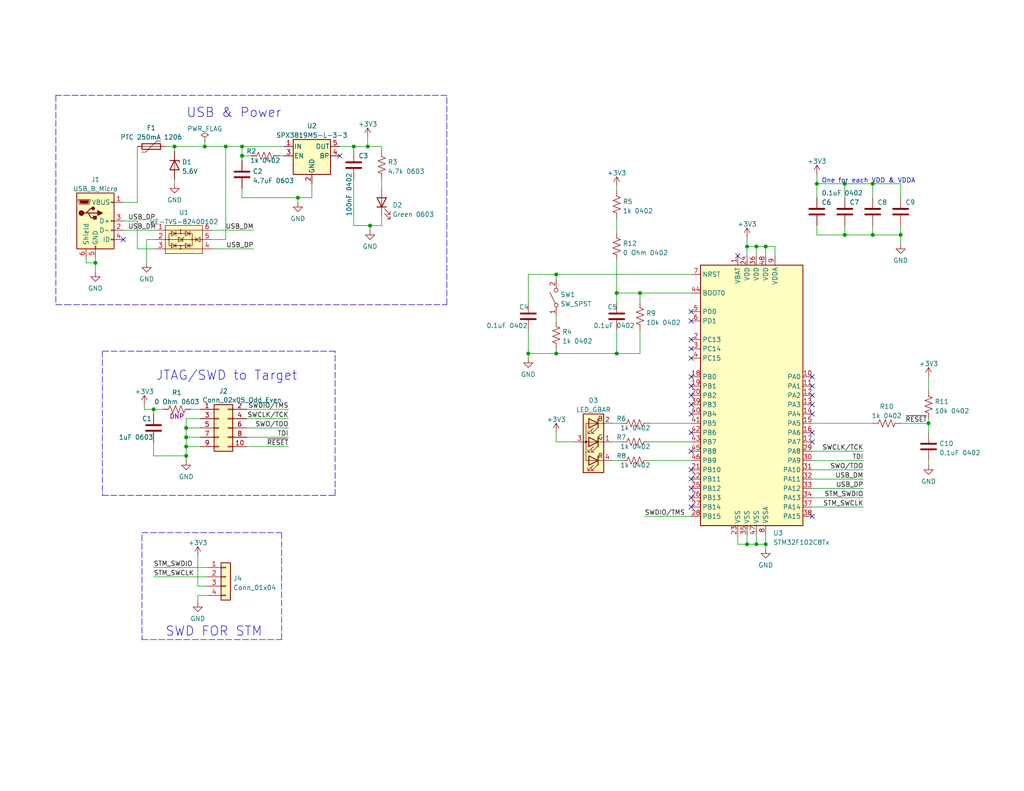
<source format=kicad_sch>
(kicad_sch (version 20211123) (generator eeschema)
  (paper "USLetter")
  (title_block (title "dap42 STM32F103C8") (date "2022-05-16") (rev "1") (company "PSYONIC") (comment 1 "Jonathan Mullen"))
  (lib_symbols
    (symbol "Connector:USB_B_Micro" (pin_names (offset 1.016))
      (property "Reference" "J" (at -5.08 11.43 0))
      (property "Value" "USB_B_Micro" (at -5.08 8.89 0))
      (symbol "USB_B_Micro_0_1"
        (rectangle (start -5.08 -7.62) (end 5.08 7.62) (stroke (width 0.254)) (fill (type background)))
        (circle (center -3.81 2.159) (radius 0.635) (stroke (width 0.254)) (fill (type outline)))
        (circle (center -0.635 3.429) (radius 0.381) (stroke (width 0.254)) (fill (type outline)))
        (rectangle (start -0.127 -7.62) (end 0.127 -6.858))
        (polyline (pts (xy -1.905 2.159) (xy 0.635 2.159)) (stroke (width 0.254)))
        (polyline (pts (xy -3.175 2.159) (xy -2.54 2.159) (xy -1.27 3.429) (xy -0.635 3.429)) (stroke (width 0.254)))
        (polyline (pts (xy -2.54 2.159) (xy -1.905 2.159) (xy -1.27 0.889) (xy 0 0.889)) (stroke (width 0.254)))
        (polyline (pts (xy 0.635 2.794) (xy 0.635 1.524) (xy 1.905 2.159) (xy 0.635 2.794)) (stroke (width 0.254)) (fill (type outline)))
        (polyline (pts (xy -4.318 5.588) (xy -1.778 5.588) (xy -2.032 4.826) (xy -4.064 4.826) (xy -4.318 5.588)) (fill (type outline)))
        (polyline (pts (xy -4.699 5.842) (xy -4.699 5.588) (xy -4.445 4.826) (xy -4.445 4.572) (xy -1.651 4.572) (xy -1.651 4.826) (xy -1.397 5.588) (xy -1.397 5.842) (xy -4.699 5.842)))
        (rectangle (start 0.254 1.27) (end -0.508 0.508) (stroke (width 0.254)) (fill (type outline)))
        (rectangle (start 5.08 -5.207) (end 4.318 -4.953))
        (rectangle (start 5.08 -2.667) (end 4.318 -2.413))
        (rectangle (start 5.08 -0.127) (end 4.318 0.127))
        (rectangle (start 5.08 4.953) (end 4.318 5.207))
      )
      (symbol "USB_B_Micro_1_1"
        (pin power_out line (at 7.62 5.08 180) (length 2.54) (name "VBUS") (number "1"))
        (pin bidirectional line (at 7.62 -2.54 180) (length 2.54) (name "D-") (number "2"))
        (pin bidirectional line (at 7.62 0 180) (length 2.54) (name "D+") (number "3"))
        (pin passive line (at 7.62 -5.08 180) (length 2.54) (name "ID") (number "4"))
        (pin power_out line (at 0 -10.16 90) (length 2.54) (name "GND") (number "5"))
        (pin passive line (at -2.54 -10.16 90) (length 2.54) (name "Shield") (number "6"))
      )
    )
    (symbol "Connector_Generic:Conn_01x04" (pin_names (offset 1.016) hide)
      (property "Reference" "J" (at 0 5.08 0))
      (property "Value" "Conn_01x04" (at 0 -7.62 0))
      (symbol "Conn_01x04_1_1"
        (rectangle (start -1.27 -4.953) (end 0 -5.207) (stroke (width 0.1524)))
        (rectangle (start -1.27 -2.413) (end 0 -2.667) (stroke (width 0.1524)))
        (rectangle (start -1.27 0.127) (end 0 -0.127) (stroke (width 0.1524)))
        (rectangle (start -1.27 2.667) (end 0 2.413) (stroke (width 0.1524)))
        (rectangle (start -1.27 3.81) (end 1.27 -6.35) (stroke (width 0.254)) (fill (type background)))
        (pin passive line (at -5.08 2.54 0) (length 3.81) (name "Pin_1") (number "1"))
        (pin passive line (at -5.08 0 0) (length 3.81) (name "Pin_2") (number "2"))
        (pin passive line (at -5.08 -2.54 0) (length 3.81) (name "Pin_3") (number "3"))
        (pin passive line (at -5.08 -5.08 0) (length 3.81) (name "Pin_4") (number "4"))
      )
    )
    (symbol "Connector_Generic:Conn_02x05_Odd_Even" (pin_names (offset 1.016) hide)
      (property "Reference" "J" (at 1.27 7.62 0))
      (property "Value" "Conn_02x05_Odd_Even" (at 1.27 -7.62 0))
      (symbol "Conn_02x05_Odd_Even_1_1"
        (rectangle (start -1.27 -4.953) (end 0 -5.207) (stroke (width 0.1524)))
        (rectangle (start -1.27 -2.413) (end 0 -2.667) (stroke (width 0.1524)))
        (rectangle (start -1.27 0.127) (end 0 -0.127) (stroke (width 0.1524)))
        (rectangle (start -1.27 2.667) (end 0 2.413) (stroke (width 0.1524)))
        (rectangle (start -1.27 5.207) (end 0 4.953) (stroke (width 0.1524)))
        (rectangle (start -1.27 6.35) (end 3.81 -6.35) (stroke (width 0.254)) (fill (type background)))
        (rectangle (start 3.81 -4.953) (end 2.54 -5.207) (stroke (width 0.1524)))
        (rectangle (start 3.81 -2.413) (end 2.54 -2.667) (stroke (width 0.1524)))
        (rectangle (start 3.81 0.127) (end 2.54 -0.127) (stroke (width 0.1524)))
        (rectangle (start 3.81 2.667) (end 2.54 2.413) (stroke (width 0.1524)))
        (rectangle (start 3.81 5.207) (end 2.54 4.953) (stroke (width 0.1524)))
        (pin passive line (at -5.08 5.08 0) (length 3.81) (name "Pin_1") (number "1"))
        (pin passive line (at 7.62 -5.08 180) (length 3.81) (name "Pin_10") (number "10"))
        (pin passive line (at 7.62 5.08 180) (length 3.81) (name "Pin_2") (number "2"))
        (pin passive line (at -5.08 2.54 0) (length 3.81) (name "Pin_3") (number "3"))
        (pin passive line (at 7.62 2.54 180) (length 3.81) (name "Pin_4") (number "4"))
        (pin passive line (at -5.08 0 0) (length 3.81) (name "Pin_5") (number "5"))
        (pin passive line (at 7.62 0 180) (length 3.81) (name "Pin_6") (number "6"))
        (pin passive line (at -5.08 -2.54 0) (length 3.81) (name "Pin_7") (number "7"))
        (pin passive line (at 7.62 -2.54 180) (length 3.81) (name "Pin_8") (number "8"))
        (pin passive line (at -5.08 -5.08 0) (length 3.81) (name "Pin_9") (number "9"))
      )
    )
    (symbol "Device:C" (pin_numbers hide) (pin_names (offset 0.254))
      (property "Reference" "C" (at 0.635 2.54 0))
      (property "Value" "C" (at 0.635 -2.54 0))
      (symbol "C_0_1"
        (polyline (pts (xy -2.032 -0.762) (xy 2.032 -0.762)) (stroke (width 0.508)))
        (polyline (pts (xy -2.032 0.762) (xy 2.032 0.762)) (stroke (width 0.508)))
      )
      (symbol "C_1_1"
        (pin passive line (at 0 3.81 270) (length 2.794) (name "~") (number "1"))
        (pin passive line (at 0 -3.81 90) (length 2.794) (name "~") (number "2"))
      )
    )
    (symbol "Device:D_Zener" (pin_numbers hide) (pin_names (offset 1.016) hide)
      (property "Reference" "D" (at 0 2.54 0))
      (property "Value" "D_Zener" (at 0 -2.54 0))
      (symbol "D_Zener_0_1"
        (polyline (pts (xy 1.27 0) (xy -1.27 0)))
        (polyline (pts (xy -1.27 -1.27) (xy -1.27 1.27) (xy -0.762 1.27)) (stroke (width 0.254)))
        (polyline (pts (xy 1.27 -1.27) (xy 1.27 1.27) (xy -1.27 0) (xy 1.27 -1.27)) (stroke (width 0.254)))
      )
      (symbol "D_Zener_1_1"
        (pin passive line (at -3.81 0 0) (length 2.54) (name "K") (number "1"))
        (pin passive line (at 3.81 0 180) (length 2.54) (name "A") (number "2"))
      )
    )
    (symbol "Device:LED" (pin_numbers hide) (pin_names (offset 1.016) hide)
      (property "Reference" "D" (at 0 2.54 0))
      (property "Value" "LED" (at 0 -2.54 0))
      (symbol "LED_0_1"
        (polyline (pts (xy -1.27 -1.27) (xy -1.27 1.27)) (stroke (width 0.254)))
        (polyline (pts (xy -1.27 0) (xy 1.27 0)))
        (polyline (pts (xy 1.27 -1.27) (xy 1.27 1.27) (xy -1.27 0) (xy 1.27 -1.27)) (stroke (width 0.254)))
        (polyline (pts (xy -3.048 -0.762) (xy -4.572 -2.286) (xy -3.81 -2.286) (xy -4.572 -2.286) (xy -4.572 -1.524)))
        (polyline (pts (xy -1.778 -0.762) (xy -3.302 -2.286) (xy -2.54 -2.286) (xy -3.302 -2.286) (xy -3.302 -1.524)))
      )
      (symbol "LED_1_1"
        (pin passive line (at -3.81 0 0) (length 2.54) (name "K") (number "1"))
        (pin passive line (at 3.81 0 180) (length 2.54) (name "A") (number "2"))
      )
    )
    (symbol "Device:LED_GBAR" (pin_names (offset 0) hide)
      (property "Reference" "D" (at 0 9.398 0))
      (property "Value" "LED_GBAR" (at 0 -8.89 0))
      (symbol "LED_GBAR_0_0"
        (text "B" (at -1.905 -6.35 0) (effects (font (size 1.27 1.27))))
        (text "G" (at -1.905 -1.27 0) (effects (font (size 1.27 1.27))))
        (text "R" (at -1.905 3.81 0) (effects (font (size 1.27 1.27))))
      )
      (symbol "LED_GBAR_0_1"
        (polyline (pts (xy -1.27 -5.08) (xy -2.54 -5.08)))
        (polyline (pts (xy -1.27 -5.08) (xy 1.27 -5.08)))
        (polyline (pts (xy -1.27 -3.81) (xy -1.27 -6.35)) (stroke (width 0.254)))
        (polyline (pts (xy -1.27 0) (xy -2.54 0)))
        (polyline (pts (xy -1.27 1.27) (xy -1.27 -1.27)) (stroke (width 0.254)))
        (polyline (pts (xy -1.27 5.08) (xy -2.54 5.08)))
        (polyline (pts (xy -1.27 5.08) (xy 1.27 5.08)))
        (polyline (pts (xy -1.27 6.35) (xy -1.27 3.81)) (stroke (width 0.254)))
        (polyline (pts (xy 1.27 0) (xy -1.27 0)))
        (polyline (pts (xy 1.27 0) (xy 2.54 0)))
        (polyline (pts (xy -1.27 1.27) (xy -1.27 -1.27) (xy -1.27 -1.27)))
        (polyline (pts (xy -1.27 6.35) (xy -1.27 3.81) (xy -1.27 3.81)))
        (polyline (pts (xy 1.27 -5.08) (xy 2.032 -5.08) (xy 2.032 5.08) (xy 1.27 5.08)))
        (polyline (pts (xy 1.27 -3.81) (xy 1.27 -6.35) (xy -1.27 -5.08) (xy 1.27 -3.81)) (stroke (width 0.254)))
        (polyline (pts (xy 1.27 1.27) (xy 1.27 -1.27) (xy -1.27 0) (xy 1.27 1.27)) (stroke (width 0.254)))
        (polyline (pts (xy 1.27 6.35) (xy 1.27 3.81) (xy -1.27 5.08) (xy 1.27 6.35)) (stroke (width 0.254)))
        (polyline (pts (xy -1.016 -3.81) (xy 0.508 -2.286) (xy -0.254 -2.286) (xy 0.508 -2.286) (xy 0.508 -3.048)))
        (polyline (pts (xy -1.016 1.27) (xy 0.508 2.794) (xy -0.254 2.794) (xy 0.508 2.794) (xy 0.508 2.032)))
        (polyline (pts (xy -1.016 6.35) (xy 0.508 7.874) (xy -0.254 7.874) (xy 0.508 7.874) (xy 0.508 7.112)))
        (polyline (pts (xy 0 -3.81) (xy 1.524 -2.286) (xy 0.762 -2.286) (xy 1.524 -2.286) (xy 1.524 -3.048)))
        (polyline (pts (xy 0 1.27) (xy 1.524 2.794) (xy 0.762 2.794) (xy 1.524 2.794) (xy 1.524 2.032)))
        (polyline (pts (xy 0 6.35) (xy 1.524 7.874) (xy 0.762 7.874) (xy 1.524 7.874) (xy 1.524 7.112)))
        (rectangle (start 1.27 -1.27) (end 1.27 1.27))
        (rectangle (start 1.27 1.27) (end 1.27 1.27))
        (rectangle (start 1.27 3.81) (end 1.27 6.35))
        (rectangle (start 1.27 6.35) (end 1.27 6.35))
        (circle (center 2.032 0) (radius 0.254) (fill (type outline)))
        (rectangle (start 2.794 8.382) (end -2.794 -7.62) (stroke (width 0.254)) (fill (type background)))
      )
      (symbol "LED_GBAR_1_1"
        (pin passive line (at -5.08 0 0) (length 2.54) (name "GK") (number "1"))
        (pin passive line (at -5.08 -5.08 0) (length 2.54) (name "BK") (number "2"))
        (pin passive line (at 5.08 0 180) (length 2.54) (name "A") (number "3"))
        (pin passive line (at -5.08 5.08 0) (length 2.54) (name "RK") (number "4"))
      )
    )
    (symbol "Device:Polyfuse" (pin_numbers hide) (pin_names (offset 0))
      (property "Reference" "F" (at -2.54 0 90))
      (property "Value" "Polyfuse" (at 2.54 0 90))
      (symbol "Polyfuse_0_1"
        (rectangle (start -0.762 2.54) (end 0.762 -2.54) (stroke (width 0.254)))
        (polyline (pts (xy 0 2.54) (xy 0 -2.54)))
        (polyline (pts (xy -1.524 2.54) (xy -1.524 1.524) (xy 1.524 -1.524) (xy 1.524 -2.54)))
      )
      (symbol "Polyfuse_1_1"
        (pin passive line (at 0 3.81 270) (length 1.27) (name "~") (number "1"))
        (pin passive line (at 0 -3.81 90) (length 1.27) (name "~") (number "2"))
      )
    )
    (symbol "Device:R_US" (pin_numbers hide) (pin_names (offset 0))
      (property "Reference" "R" (at 2.54 0 90))
      (property "Value" "R_US" (at -2.54 0 90))
      (symbol "R_US_0_1"
        (polyline (pts (xy 0 -2.286) (xy 0 -2.54)))
        (polyline (pts (xy 0 2.286) (xy 0 2.54)))
        (polyline (pts (xy 0 -0.762) (xy 1.016 -1.143) (xy 0 -1.524) (xy -1.016 -1.905) (xy 0 -2.286)))
        (polyline (pts (xy 0 0.762) (xy 1.016 0.381) (xy 0 0) (xy -1.016 -0.381) (xy 0 -0.762)))
        (polyline (pts (xy 0 2.286) (xy 1.016 1.905) (xy 0 1.524) (xy -1.016 1.143) (xy 0 0.762)))
      )
      (symbol "R_US_1_1"
        (pin passive line (at 0 3.81 270) (length 1.27) (name "~") (number "1"))
        (pin passive line (at 0 -3.81 90) (length 1.27) (name "~") (number "2"))
      )
    )
    (symbol "MCU_ST_STM32F1:STM32F102C8Tx"
      (property "Reference" "U" (at -15.24 36.83 0))
      (property "Value" "STM32F102C8Tx" (at 7.62 36.83 0))
      (symbol "STM32F102C8Tx_0_1"
        (rectangle (start -15.24 -35.56) (end 12.7 35.56) (stroke (width 0.254)) (fill (type background)))
      )
      (symbol "STM32F102C8Tx_1_1"
        (pin power_in line (at -5.08 38.1 270) (length 2.54) (name "VBAT") (number "1"))
        (pin bidirectional line (at 15.24 5.08 180) (length 2.54) (name "PA0") (number "10"))
        (pin bidirectional line (at 15.24 2.54 180) (length 2.54) (name "PA1") (number "11"))
        (pin bidirectional line (at 15.24 0 180) (length 2.54) (name "PA2") (number "12"))
        (pin bidirectional line (at 15.24 -2.54 180) (length 2.54) (name "PA3") (number "13"))
        (pin bidirectional line (at 15.24 -5.08 180) (length 2.54) (name "PA4") (number "14"))
        (pin bidirectional line (at 15.24 -7.62 180) (length 2.54) (name "PA5") (number "15"))
        (pin bidirectional line (at 15.24 -10.16 180) (length 2.54) (name "PA6") (number "16"))
        (pin bidirectional line (at 15.24 -12.7 180) (length 2.54) (name "PA7") (number "17"))
        (pin bidirectional line (at -17.78 5.08 0) (length 2.54) (name "PB0") (number "18"))
        (pin bidirectional line (at -17.78 2.54 0) (length 2.54) (name "PB1") (number "19"))
        (pin bidirectional line (at -17.78 15.24 0) (length 2.54) (name "PC13") (number "2"))
        (pin bidirectional line (at -17.78 0 0) (length 2.54) (name "PB2") (number "20"))
        (pin bidirectional line (at -17.78 -20.32 0) (length 2.54) (name "PB10") (number "21"))
        (pin bidirectional line (at -17.78 -22.86 0) (length 2.54) (name "PB11") (number "22"))
        (pin power_in line (at -5.08 -38.1 90) (length 2.54) (name "VSS") (number "23"))
        (pin power_in line (at -2.54 38.1 270) (length 2.54) (name "VDD") (number "24"))
        (pin bidirectional line (at -17.78 -25.4 0) (length 2.54) (name "PB12") (number "25"))
        (pin bidirectional line (at -17.78 -27.94 0) (length 2.54) (name "PB13") (number "26"))
        (pin bidirectional line (at -17.78 -30.48 0) (length 2.54) (name "PB14") (number "27"))
        (pin bidirectional line (at -17.78 -33.02 0) (length 2.54) (name "PB15") (number "28"))
        (pin bidirectional line (at 15.24 -15.24 180) (length 2.54) (name "PA8") (number "29"))
        (pin bidirectional line (at -17.78 12.7 0) (length 2.54) (name "PC14") (number "3"))
        (pin bidirectional line (at 15.24 -17.78 180) (length 2.54) (name "PA9") (number "30"))
        (pin bidirectional line (at 15.24 -20.32 180) (length 2.54) (name "PA10") (number "31"))
        (pin bidirectional line (at 15.24 -22.86 180) (length 2.54) (name "PA11") (number "32"))
        (pin bidirectional line (at 15.24 -25.4 180) (length 2.54) (name "PA12") (number "33"))
        (pin bidirectional line (at 15.24 -27.94 180) (length 2.54) (name "PA13") (number "34"))
        (pin power_in line (at -2.54 -38.1 90) (length 2.54) (name "VSS") (number "35"))
        (pin power_in line (at 0 38.1 270) (length 2.54) (name "VDD") (number "36"))
        (pin bidirectional line (at 15.24 -30.48 180) (length 2.54) (name "PA14") (number "37"))
        (pin bidirectional line (at 15.24 -33.02 180) (length 2.54) (name "PA15") (number "38"))
        (pin bidirectional line (at -17.78 -2.54 0) (length 2.54) (name "PB3") (number "39"))
        (pin bidirectional line (at -17.78 10.16 0) (length 2.54) (name "PC15") (number "4"))
        (pin bidirectional line (at -17.78 -5.08 0) (length 2.54) (name "PB4") (number "40"))
        (pin bidirectional line (at -17.78 -7.62 0) (length 2.54) (name "PB5") (number "41"))
        (pin bidirectional line (at -17.78 -10.16 0) (length 2.54) (name "PB6") (number "42"))
        (pin bidirectional line (at -17.78 -12.7 0) (length 2.54) (name "PB7") (number "43"))
        (pin input line (at -17.78 27.94 0) (length 2.54) (name "BOOT0") (number "44"))
        (pin bidirectional line (at -17.78 -15.24 0) (length 2.54) (name "PB8") (number "45"))
        (pin bidirectional line (at -17.78 -17.78 0) (length 2.54) (name "PB9") (number "46"))
        (pin power_in line (at 0 -38.1 90) (length 2.54) (name "VSS") (number "47"))
        (pin power_in line (at 2.54 38.1 270) (length 2.54) (name "VDD") (number "48"))
        (pin input line (at -17.78 22.86 0) (length 2.54) (name "PD0") (number "5"))
        (pin input line (at -17.78 20.32 0) (length 2.54) (name "PD1") (number "6"))
        (pin input line (at -17.78 33.02 0) (length 2.54) (name "NRST") (number "7"))
        (pin power_in line (at 2.54 -38.1 90) (length 2.54) (name "VSSA") (number "8"))
        (pin power_in line (at 5.08 38.1 270) (length 2.54) (name "VDDA") (number "9"))
      )
    )
    (symbol "Power_Protection:WE-TVS-82400102"
      (property "Reference" "U" (at 0 7.62 0))
      (property "Value" "WE-TVS-82400102" (at 0 5.08 0))
      (symbol "WE-TVS-82400102_0_1"
        (rectangle (start -5.08 3.81) (end 5.08 -3.81) (fill (type background)))
        (circle (center -4.064 0) (radius 0.127))
        (rectangle (start -4.064 1.651) (end 2.286 -1.651))
        (circle (center -0.889 -2.54) (radius 0.127))
        (circle (center -0.889 -1.651) (radius 0.127))
        (circle (center -0.889 1.651) (radius 0.127))
        (circle (center -0.889 2.54) (radius 0.127))
        (polyline (pts (xy -5.08 -2.54) (xy 5.08 -2.54)))
        (polyline (pts (xy -5.08 2.54) (xy 5.08 2.54)))
        (polyline (pts (xy -4.064 0) (xy -5.08 0)))
        (polyline (pts (xy -4.064 0) (xy 2.286 0)) (fill (type outline)))
        (polyline (pts (xy -2.159 -1.016) (xy -2.159 -2.286)))
        (polyline (pts (xy -2.159 2.286) (xy -2.159 1.016)))
        (polyline (pts (xy -0.889 -1.651) (xy -0.889 -2.413)))
        (polyline (pts (xy -0.889 1.651) (xy -0.889 2.54)))
        (polyline (pts (xy -0.508 -0.635) (xy -0.508 -0.635)))
        (polyline (pts (xy 1.651 -1.016) (xy 1.651 -2.286)))
        (polyline (pts (xy 1.651 2.286) (xy 1.651 1.016)))
        (polyline (pts (xy 2.286 0) (xy 5.08 0)))
        (polyline (pts (xy -3.429 -1.016) (xy -3.429 -2.286) (xy -2.159 -1.651) (xy -3.429 -1.016)))
        (polyline (pts (xy -3.429 1.016) (xy -3.429 2.286) (xy -2.159 1.651) (xy -3.429 1.016)))
        (polyline (pts (xy 0 0.635) (xy -0.254 0.381) (xy -0.254 -0.381) (xy -0.508 -0.635)))
        (polyline (pts (xy 0.381 -1.016) (xy 0.381 -2.286) (xy 1.651 -1.651) (xy 0.381 -1.016)))
        (polyline (pts (xy 0.381 1.016) (xy 0.381 2.286) (xy 1.651 1.651) (xy 0.381 1.016)))
        (circle (center 2.286 0) (radius 0.127))
      )
      (symbol "WE-TVS-82400102_1_1"
        (polyline (pts (xy 3.175 0.635) (xy 3.175 -0.635)))
        (polyline (pts (xy -1.524 0.635) (xy -1.524 -0.635) (xy -0.254 0) (xy -1.524 0.635)))
        (polyline (pts (xy 4.445 0.635) (xy 4.445 -0.635) (xy 3.175 0) (xy 4.445 0.635)))
        (pin passive line (at -7.62 2.54 0) (length 2.54) (name "~") (number "1"))
        (pin passive line (at -7.62 0 0) (length 2.54) (name "~") (number "2"))
        (pin passive line (at -7.62 -2.54 0) (length 2.54) (name "~") (number "3"))
        (pin passive line (at 7.62 -2.54 180) (length 2.54) (name "~") (number "4"))
        (pin passive line (at 7.62 0 180) (length 2.54) (name "~") (number "5"))
        (pin passive line (at 7.62 2.54 180) (length 2.54) (name "~") (number "6"))
      )
    )
    (symbol "Regulator_Linear:SPX3819M5-L-3-3" (pin_names (offset 0.254))
      (property "Reference" "U" (at -3.81 5.715 0))
      (property "Value" "SPX3819M5-L-3-3" (at 0 5.715 0))
      (symbol "SPX3819M5-L-3-3_0_1"
        (rectangle (start -5.08 4.445) (end 5.08 -5.08) (stroke (width 0.254)) (fill (type background)))
      )
      (symbol "SPX3819M5-L-3-3_1_1"
        (pin power_in line (at -7.62 2.54 0) (length 2.54) (name "IN") (number "1"))
        (pin power_in line (at 0 -7.62 90) (length 2.54) (name "GND") (number "2"))
        (pin input line (at -7.62 0 0) (length 2.54) (name "EN") (number "3"))
        (pin input line (at 7.62 0 180) (length 2.54) (name "BP") (number "4"))
        (pin power_out line (at 7.62 2.54 180) (length 2.54) (name "OUT") (number "5"))
      )
    )
    (symbol "Switch:SW_SPST" (pin_names (offset 0) hide)
      (property "Reference" "SW" (at 0 3.175 0))
      (property "Value" "SW_SPST" (at 0 -2.54 0))
      (symbol "SW_SPST_0_0"
        (circle (center -2.032 0) (radius 0.508))
        (polyline (pts (xy -1.524 0.254) (xy 1.524 1.778)))
        (circle (center 2.032 0) (radius 0.508))
      )
      (symbol "SW_SPST_1_1"
        (pin passive line (at -5.08 0 0) (length 2.54) (name "A") (number "1"))
        (pin passive line (at 5.08 0 180) (length 2.54) (name "B") (number "2"))
      )
    )
    (symbol "power:+3V3" (power) (pin_names (offset 0))
      (property "Value" "+3V3" (at 0 3.556 0))
      (symbol "+3V3_0_1"
        (polyline (pts (xy -0.762 1.27) (xy 0 2.54)))
        (polyline (pts (xy 0 0) (xy 0 2.54)))
        (polyline (pts (xy 0 2.54) (xy 0.762 1.27)))
      )
      (symbol "+3V3_1_1"
        (pin power_in line (at 0 0 90) (length 0) hide (name "+3V3") (number "1"))
      )
    )
    (symbol "power:GND" (power) (pin_names (offset 0))
      (property "Value" "GND" (at 0 -3.81 0))
      (symbol "GND_0_1"
        (polyline (pts (xy 0 0) (xy 0 -1.27) (xy 1.27 -1.27) (xy 0 -2.54) (xy -1.27 -1.27) (xy 0 -1.27)))
      )
      (symbol "GND_1_1"
        (pin power_in line (at 0 0 270) (length 0) hide (name "GND") (number "1"))
      )
    )
    (symbol "power:PWR_FLAG" (power) (pin_numbers hide) (pin_names (offset 0) hide)
      (property "Value" "PWR_FLAG" (at 0 3.81 0))
      (symbol "PWR_FLAG_0_0"
        (pin power_out line (at 0 0 90) (length 0) (name "pwr") (number "1"))
      )
      (symbol "PWR_FLAG_0_1"
        (polyline (pts (xy 0 0) (xy 0 1.27) (xy -1.016 1.905) (xy 0 2.54) (xy 1.016 1.905) (xy 0 1.27)))
      )
    )
  )
  (junction (at 151.765 74.93))
  (junction (at 174.625 80.01))
  (junction (at 238.125 64.135))
  (junction (at 66.04 42.545))
  (junction (at 206.375 67.31))
  (junction (at 50.8 116.84))
  (junction (at 222.885 50.165))
  (junction (at 168.275 80.01))
  (junction (at 50.8 121.92))
  (junction (at 230.505 50.165))
  (junction (at 238.125 50.165))
  (junction (at 81.28 53.975))
  (junction (at 245.745 64.135))
  (junction (at 144.145 96.52))
  (junction (at 55.88 40.005))
  (junction (at 100.965 61.595))
  (junction (at 230.505 64.135))
  (junction (at 208.915 148.59))
  (junction (at 203.835 148.59))
  (junction (at 26.035 71.755))
  (junction (at 151.765 96.52))
  (junction (at 47.625 40.005))
  (junction (at 50.8 124.46))
  (junction (at 61.595 40.005))
  (junction (at 168.275 96.52))
  (junction (at 50.8 119.38))
  (junction (at 253.365 115.57))
  (junction (at 41.91 111.76))
  (junction (at 203.835 67.31))
  (junction (at 206.375 148.59))
  (junction (at 100.33 40.005))
  (junction (at 208.915 67.31))
  (junction (at 66.04 40.005))
  (junction (at 96.52 40.005))
  (no_connect (at 188.595 95.25))
  (no_connect (at 188.595 118.11))
  (no_connect (at 188.595 105.41))
  (no_connect (at 188.595 113.03))
  (no_connect (at 188.595 97.79))
  (no_connect (at 188.595 102.87))
  (no_connect (at 188.595 107.95))
  (no_connect (at 188.595 110.49))
  (no_connect (at 188.595 128.27))
  (no_connect (at 188.595 123.19))
  (no_connect (at 188.595 130.81))
  (no_connect (at 188.595 135.89))
  (no_connect (at 188.595 133.35))
  (no_connect (at 188.595 138.43))
  (no_connect (at 92.71 42.545))
  (no_connect (at 33.655 65.405))
  (no_connect (at 221.615 140.97))
  (no_connect (at 188.595 92.71))
  (no_connect (at 188.595 87.63))
  (no_connect (at 188.595 85.09))
  (no_connect (at 221.615 110.49))
  (no_connect (at 221.615 107.95))
  (no_connect (at 221.615 102.87))
  (no_connect (at 221.615 105.41))
  (no_connect (at 221.615 118.11))
  (no_connect (at 221.615 113.03))
  (no_connect (at 221.615 120.65))
  (no_connect (at 201.295 69.85))
  (wire (pts (xy 221.615 130.81) (xy 235.585 130.81)))
  (wire (pts (xy 53.975 160.02) (xy 53.975 151.765)))
  (wire (pts (xy 45.085 40.005) (xy 47.625 40.005)))
  (wire (pts (xy 208.915 146.05) (xy 208.915 148.59)))
  (wire (pts (xy 174.625 96.52) (xy 168.275 96.52)))
  (wire (pts (xy 81.28 53.975) (xy 81.28 55.245)))
  (wire (pts (xy 177.165 125.73) (xy 188.595 125.73)))
  (wire (pts (xy 66.04 53.975) (xy 81.28 53.975)))
  (wire (pts (xy 41.91 124.46) (xy 50.8 124.46)))
  (wire (pts (xy 253.365 115.57) (xy 253.365 118.11)))
  (wire (pts (xy 167.005 120.65) (xy 169.545 120.65)))
  (wire (pts (xy 26.035 71.755) (xy 26.035 74.295)))
  (wire (pts (xy 37.465 60.325) (xy 33.655 60.325)))
  (wire (pts (xy 41.91 111.76) (xy 39.37 111.76)))
  (wire (pts (xy 96.52 61.595) (xy 100.965 61.595)))
  (wire (pts (xy 221.615 123.19) (xy 235.585 123.19)))
  (wire (pts (xy 230.505 61.595) (xy 230.505 64.135)))
  (wire (pts (xy 67.31 119.38) (xy 78.74 119.38)))
  (wire (pts (xy 66.04 51.435) (xy 66.04 53.975)))
  (wire (pts (xy 54.61 114.3) (xy 50.8 114.3)))
  (wire (pts (xy 41.91 111.76) (xy 44.45 111.76)))
  (wire (pts (xy 40.005 65.405) (xy 40.005 71.755)))
  (polyline (pts (xy 38.735 174.625) (xy 76.835 174.625)))
  (wire (pts (xy 245.745 115.57) (xy 253.365 115.57)))
  (wire (pts (xy 42.545 65.405) (xy 40.005 65.405)))
  (wire (pts (xy 238.125 50.165) (xy 230.505 50.165)))
  (wire (pts (xy 245.745 64.135) (xy 245.745 66.675)))
  (wire (pts (xy 168.275 80.01) (xy 168.275 82.55)))
  (wire (pts (xy 100.965 61.595) (xy 100.965 62.865)))
  (wire (pts (xy 26.035 70.485) (xy 26.035 71.755)))
  (wire (pts (xy 66.04 42.545) (xy 66.04 43.815)))
  (wire (pts (xy 23.495 71.755) (xy 26.035 71.755)))
  (wire (pts (xy 203.835 67.31) (xy 203.835 69.85)))
  (wire (pts (xy 222.885 64.135) (xy 230.505 64.135)))
  (wire (pts (xy 221.615 138.43) (xy 235.585 138.43)))
  (wire (pts (xy 188.595 74.93) (xy 151.765 74.93)))
  (wire (pts (xy 245.745 50.165) (xy 238.125 50.165)))
  (wire (pts (xy 230.505 64.135) (xy 238.125 64.135)))
  (wire (pts (xy 50.8 119.38) (xy 54.61 119.38)))
  (wire (pts (xy 221.615 115.57) (xy 238.125 115.57)))
  (wire (pts (xy 39.37 111.76) (xy 39.37 110.49)))
  (wire (pts (xy 151.765 95.25) (xy 151.765 96.52)))
  (wire (pts (xy 177.165 120.65) (xy 188.595 120.65)))
  (wire (pts (xy 208.915 67.31) (xy 208.915 69.85)))
  (wire (pts (xy 41.91 113.03) (xy 41.91 111.76)))
  (wire (pts (xy 144.145 90.17) (xy 144.145 96.52)))
  (wire (pts (xy 174.625 80.01) (xy 174.625 82.55)))
  (wire (pts (xy 206.375 67.31) (xy 206.375 69.85)))
  (wire (pts (xy 177.165 115.57) (xy 188.595 115.57)))
  (polyline (pts (xy 121.92 83.185) (xy 121.92 26.035)))
  (wire (pts (xy 41.91 120.65) (xy 41.91 124.46)))
  (wire (pts (xy 104.14 40.005) (xy 104.14 41.275)))
  (wire (pts (xy 57.785 67.945) (xy 69.215 67.945)))
  (wire (pts (xy 245.745 53.975) (xy 245.745 50.165)))
  (polyline (pts (xy 27.94 95.885) (xy 27.94 135.255)))
  (polyline (pts (xy 121.92 26.035) (xy 15.24 26.035)))
  (wire (pts (xy 238.125 50.165) (xy 238.125 53.975)))
  (wire (pts (xy 208.915 148.59) (xy 208.915 149.86)))
  (wire (pts (xy 55.88 40.005) (xy 61.595 40.005)))
  (wire (pts (xy 50.8 116.84) (xy 50.8 119.38)))
  (wire (pts (xy 151.765 96.52) (xy 144.145 96.52)))
  (wire (pts (xy 221.615 128.27) (xy 235.585 128.27)))
  (wire (pts (xy 37.465 40.005) (xy 37.465 55.245)))
  (wire (pts (xy 208.915 67.31) (xy 206.375 67.31)))
  (wire (pts (xy 230.505 50.165) (xy 230.505 53.975)))
  (wire (pts (xy 66.04 40.005) (xy 77.47 40.005)))
  (wire (pts (xy 174.625 80.01) (xy 168.275 80.01)))
  (wire (pts (xy 144.145 96.52) (xy 144.145 97.79)))
  (polyline (pts (xy 17.78 83.185) (xy 121.92 83.185)))
  (wire (pts (xy 168.275 71.12) (xy 168.275 80.01)))
  (wire (pts (xy 57.785 65.405) (xy 61.595 65.405)))
  (wire (pts (xy 53.975 164.465) (xy 53.975 162.56)))
  (wire (pts (xy 221.615 125.73) (xy 235.585 125.73)))
  (wire (pts (xy 168.275 96.52) (xy 151.765 96.52)))
  (wire (pts (xy 61.595 40.005) (xy 66.04 40.005)))
  (wire (pts (xy 238.125 64.135) (xy 245.745 64.135)))
  (wire (pts (xy 175.895 140.97) (xy 188.595 140.97)))
  (wire (pts (xy 50.8 114.3) (xy 50.8 116.84)))
  (wire (pts (xy 238.125 61.595) (xy 238.125 64.135)))
  (wire (pts (xy 41.91 154.94) (xy 56.515 154.94)))
  (wire (pts (xy 57.785 62.865) (xy 69.215 62.865)))
  (polyline (pts (xy 38.735 145.415) (xy 76.835 145.415)))
  (wire (pts (xy 67.31 111.76) (xy 78.74 111.76)))
  (wire (pts (xy 67.31 116.84) (xy 78.74 116.84)))
  (polyline (pts (xy 15.24 26.035) (xy 15.24 83.185)))
  (wire (pts (xy 100.33 40.005) (xy 100.33 37.465)))
  (wire (pts (xy 92.71 40.005) (xy 96.52 40.005)))
  (wire (pts (xy 206.375 67.31) (xy 203.835 67.31)))
  (polyline (pts (xy 76.835 174.625) (xy 76.835 145.415)))
  (wire (pts (xy 47.625 40.005) (xy 47.625 41.275)))
  (wire (pts (xy 206.375 146.05) (xy 206.375 148.59)))
  (polyline (pts (xy 91.44 135.255) (xy 91.44 95.885)))
  (wire (pts (xy 222.885 47.625) (xy 222.885 50.165)))
  (wire (pts (xy 188.595 80.01) (xy 174.625 80.01)))
  (wire (pts (xy 67.31 114.3) (xy 78.74 114.3)))
  (wire (pts (xy 96.52 40.005) (xy 100.33 40.005)))
  (wire (pts (xy 50.8 121.92) (xy 54.61 121.92)))
  (wire (pts (xy 42.545 67.945) (xy 37.465 67.945)))
  (polyline (pts (xy 15.24 83.185) (xy 17.78 83.185)))
  (wire (pts (xy 52.07 111.76) (xy 54.61 111.76)))
  (polyline (pts (xy 91.44 95.885) (xy 27.94 95.885)))
  (wire (pts (xy 50.8 116.84) (xy 54.61 116.84)))
  (wire (pts (xy 174.625 90.17) (xy 174.625 96.52)))
  (wire (pts (xy 206.375 148.59) (xy 208.915 148.59)))
  (wire (pts (xy 230.505 50.165) (xy 222.885 50.165)))
  (wire (pts (xy 201.295 148.59) (xy 203.835 148.59)))
  (wire (pts (xy 221.615 133.35) (xy 235.585 133.35)))
  (wire (pts (xy 100.965 61.595) (xy 104.14 61.595)))
  (wire (pts (xy 85.09 53.975) (xy 85.09 50.165)))
  (wire (pts (xy 151.765 86.36) (xy 151.765 87.63)))
  (wire (pts (xy 67.31 121.92) (xy 78.74 121.92)))
  (wire (pts (xy 167.005 125.73) (xy 169.545 125.73)))
  (wire (pts (xy 55.88 38.735) (xy 55.88 40.005)))
  (wire (pts (xy 253.365 114.3) (xy 253.365 115.57)))
  (wire (pts (xy 253.365 125.73) (xy 253.365 127)))
  (wire (pts (xy 221.615 135.89) (xy 235.585 135.89)))
  (wire (pts (xy 68.58 42.545) (xy 66.04 42.545)))
  (wire (pts (xy 211.455 67.31) (xy 208.915 67.31)))
  (wire (pts (xy 203.835 64.77) (xy 203.835 67.31)))
  (wire (pts (xy 151.765 118.11) (xy 151.765 120.65)))
  (wire (pts (xy 47.625 40.005) (xy 55.88 40.005)))
  (wire (pts (xy 104.14 61.595) (xy 104.14 59.055)))
  (wire (pts (xy 66.04 42.545) (xy 66.04 40.005)))
  (wire (pts (xy 81.28 53.975) (xy 85.09 53.975)))
  (wire (pts (xy 203.835 148.59) (xy 206.375 148.59)))
  (wire (pts (xy 100.33 40.005) (xy 104.14 40.005)))
  (wire (pts (xy 245.745 61.595) (xy 245.745 64.135)))
  (wire (pts (xy 167.005 115.57) (xy 169.545 115.57)))
  (wire (pts (xy 61.595 40.005) (xy 61.595 65.405)))
  (wire (pts (xy 56.515 160.02) (xy 53.975 160.02)))
  (wire (pts (xy 33.655 62.865) (xy 42.545 62.865)))
  (wire (pts (xy 253.365 102.87) (xy 253.365 106.68)))
  (wire (pts (xy 203.835 146.05) (xy 203.835 148.59)))
  (wire (pts (xy 104.14 48.895) (xy 104.14 51.435)))
  (wire (pts (xy 33.655 55.245) (xy 37.465 55.245)))
  (polyline (pts (xy 27.94 135.255) (xy 91.44 135.255)))
  (wire (pts (xy 168.275 50.8) (xy 168.275 52.07)))
  (wire (pts (xy 41.91 157.48) (xy 56.515 157.48)))
  (wire (pts (xy 37.465 67.945) (xy 37.465 60.325)))
  (wire (pts (xy 151.765 74.93) (xy 151.765 76.2)))
  (wire (pts (xy 50.8 121.92) (xy 50.8 124.46)))
  (wire (pts (xy 151.765 120.65) (xy 156.845 120.65)))
  (polyline (pts (xy 38.735 146.05) (xy 38.735 174.625)))
  (wire (pts (xy 96.52 40.005) (xy 96.52 41.275)))
  (wire (pts (xy 50.8 124.46) (xy 50.8 125.73)))
  (wire (pts (xy 47.625 48.895) (xy 47.625 50.165)))
  (wire (pts (xy 23.495 70.485) (xy 23.495 71.755)))
  (wire (pts (xy 50.8 119.38) (xy 50.8 121.92)))
  (wire (pts (xy 76.2 42.545) (xy 77.47 42.545)))
  (wire (pts (xy 168.275 59.69) (xy 168.275 63.5)))
  (wire (pts (xy 222.885 61.595) (xy 222.885 64.135)))
  (wire (pts (xy 211.455 69.85) (xy 211.455 67.31)))
  (wire (pts (xy 96.52 48.895) (xy 96.52 61.595)))
  (wire (pts (xy 201.295 146.05) (xy 201.295 148.59)))
  (wire (pts (xy 53.975 162.56) (xy 56.515 162.56)))
  (wire (pts (xy 144.145 74.93) (xy 151.765 74.93)))
  (wire (pts (xy 222.885 50.165) (xy 222.885 53.975)))
  (wire (pts (xy 168.275 90.17) (xy 168.275 96.52)))
  (wire (pts (xy 144.145 82.55) (xy 144.145 74.93)))
  (text "SWD FOR STM" (at 45.085 173.99 0) (effects (font (size 2.54 2.54)) (justify left bottom)))
  (text "USB & Power\n" (at 50.8 32.385 0) (effects (font (size 2.54 2.54)) (justify left bottom)))
  (text "One for each VDD & VDDA" (at 224.155 50.165 0) (effects (font (size 1.27 1.27)) (justify left bottom)))
  (text "JTAG/SWD to Target\n" (at 42.545 104.14 0) (effects (font (size 2.54 2.54)) (justify left bottom)))
  (label "STM_SWDIO" (at 235.585 135.89 180))
  (label "SWO{slash}TDO" (at 235.585 128.27 180))
  (label "~{RESET}" (at 78.74 121.92 180))
  (label "USB_DM" (at 235.585 130.81 180))
  (label "SWO{slash}TDO" (at 78.74 116.84 180))
  (label "SWCLK{slash}TCK" (at 78.74 114.3 180))
  (label "~{RESET}" (at 247.015 115.57 0))
  (label "USB_DM" (at 69.215 62.865 180))
  (label "SWDIO{slash}TMS" (at 78.74 111.76 180))
  (label "USB_DP" (at 235.585 133.35 180))
  (label "STM_SWDIO" (at 41.91 154.94 0))
  (label "STM_SWCLK" (at 41.91 157.48 0))
  (label "USB_DP" (at 69.215 67.945 180))
  (label "TDI" (at 78.74 119.38 180))
  (label "USB_DM" (at 34.925 62.865 0))
  (label "TDI" (at 235.585 125.73 180))
  (label "USB_DP" (at 34.925 60.325 0))
  (label "SWCLK{slash}TCK" (at 235.585 123.19 180))
  (label "STM_SWCLK" (at 235.585 138.43 180))
  (label "SWDIO{slash}TMS" (at 175.895 140.97 0))
  (symbol (lib_id "power:GND") (at 81.28 55.245 0) (unit 1)
    (property "Reference" "#PWR08" (effects hide))
    (property "Value" "GND" (at 81.28 59.6884 0))
  )
  (symbol (lib_id "power:PWR_FLAG") (at 55.88 38.735 0) (unit 1)
    (property "Reference" "#FLG0101" (effects hide))
    (property "Value" "PWR_FLAG" (at 55.88 35.1592 0))
  )
  (symbol (lib_id "power:GND") (at 208.915 149.86 0) (unit 1)
    (property "Reference" "#PWR015" (effects hide))
    (property "Value" "GND" (at 208.915 154.3034 0))
  )
  (symbol (lib_id "power:+3V3") (at 203.835 64.77 0) (unit 1)
    (property "Reference" "#PWR014" (effects hide))
    (property "Value" "+3V3" (at 203.835 61.1942 0))
  )
  (symbol (lib_id "Device:R_US") (at 151.765 91.44 0) (unit 1)
    (property "Reference" "R4" (at 153.416 90.6053 0) (effects (justify left)))
    (property "Value" "1k 0402" (at 153.416 93.1422 0) (effects (justify left)))
    (property "Footprint" "Resistor_SMD:R_0402_1005Metric_Pad0.72x0.64mm_HandSolder" (effects hide))
  )
  (symbol (lib_id "Connector_Generic:Conn_01x04") (at 61.595 157.48 0) (unit 1)
    (property "Reference" "J4" (at 63.627 157.9153 0) (effects (justify left)))
    (property "Value" "Conn_01x04" (at 63.627 160.4522 0) (effects (justify left)))
    (property "Footprint" "Connector_PinHeader_2.54mm:PinHeader_1x04_P2.54mm_Vertical" (effects hide))
  )
  (symbol (lib_id "Regulator_Linear:SPX3819M5-L-3-3") (at 85.09 42.545 0) (unit 1)
    (property "Reference" "U2" (at 85.09 34.4002 0))
    (property "Value" "SPX3819M5-L-3-3" (at 85.09 36.9371 0))
    (property "Footprint" "Package_TO_SOT_SMD:SOT-23-5" (effects hide))
    (property "Datasheet" "https://www.exar.com/content/document.ashx?id=22106&languageid=1033&type=Datasheet&partnumber=SPX3819&filename=SPX3819.pdf&part=SPX3819" (effects hide))
  )
  (symbol (lib_id "power:+3V3") (at 151.765 118.11 0) (unit 1)
    (property "Reference" "#PWR012" (effects hide))
    (property "Value" "+3V3" (at 151.765 114.5342 0))
  )
  (symbol (lib_id "Device:C") (at 66.04 47.625 0) (unit 1)
    (property "Reference" "C2" (at 68.961 46.7903 0) (effects (justify left)))
    (property "Value" "4.7uF 0603" (at 68.961 49.3272 0) (effects (justify left)))
    (property "Footprint" "Capacitor_SMD:C_0603_1608Metric_Pad1.08x0.95mm_HandSolder" (effects hide))
  )
  (symbol (lib_id "Power_Protection:WE-TVS-82400102") (at 50.165 65.405 0) (unit 1)
    (property "Reference" "U1" (at 50.165 58.0222 0))
    (property "Value" "WE-TVS-82400102" (at 50.165 60.5591 0))
    (property "Footprint" "Package_TO_SOT_SMD:SOT-23-6" (effects hide))
    (property "Datasheet" "https://katalog.we-online.de/pbs/datasheet/82400102.pdf" (effects hide))
  )
  (symbol (lib_id "power:GND") (at 40.005 71.755 0) (unit 1)
    (property "Reference" "#PWR03" (effects hide))
    (property "Value" "GND" (at 40.005 76.1984 0))
  )
  (symbol (lib_id "Device:C") (at 41.91 116.84 0) (unit 1)
    (property "Reference" "C1" (at 38.735 114.3 0) (effects (justify left)))
    (property "Value" "1uF 0603" (at 32.385 119.38 0) (effects (justify left)))
    (property "Footprint" "Capacitor_SMD:C_0603_1608Metric_Pad1.08x0.95mm_HandSolder" (effects hide))
  )
  (symbol (lib_id "power:GND") (at 253.365 127 0) (unit 1)
    (property "Reference" "#PWR021" (effects hide))
    (property "Value" "GND" (at 253.365 131.4434 0))
  )
  (symbol (lib_id "Switch:SW_SPST") (at 151.765 81.28 90) (unit 1)
    (property "Reference" "SW1" (at 152.908 80.4453 90) (effects (justify right)))
    (property "Value" "SW_SPST" (at 152.908 82.9822 90) (effects (justify right)))
    (property "Footprint" "Button_Switch_SMD:SW_Push_1P1T_NO_CK_KMR2" (effects hide))
  )
  (symbol (lib_id "Device:R_US") (at 253.365 110.49 0) (unit 1)
    (property "Reference" "R11" (at 255.016 109.6553 0) (effects (justify left)))
    (property "Value" "10k 0402" (at 255.016 112.1922 0) (effects (justify left)))
    (property "Footprint" "Resistor_SMD:R_0402_1005Metric_Pad0.72x0.64mm_HandSolder" (effects hide))
  )
  (symbol (lib_id "power:GND") (at 100.965 62.865 0) (unit 1)
    (property "Reference" "#PWR010" (effects hide))
    (property "Value" "GND" (at 100.965 67.3084 0))
  )
  (symbol (lib_id "power:GND") (at 26.035 74.295 0) (unit 1)
    (property "Reference" "#PWR01" (effects hide))
    (property "Value" "GND" (at 26.035 78.7384 0))
  )
  (symbol (lib_id "power:+3V3") (at 53.975 151.765 0) (unit 1)
    (property "Reference" "#PWR017" (effects hide))
    (property "Value" "+3V3" (at 53.975 148.1892 0))
  )
  (symbol (lib_id "power:GND") (at 50.8 125.73 0) (unit 1)
    (property "Reference" "#PWR05" (effects hide))
    (property "Value" "GND" (at 50.8 130.1734 0))
  )
  (symbol (lib_id "Device:LED_GBAR") (at 161.925 120.65 180) (unit 1)
    (property "Reference" "D3" (at 161.925 109.3302 0))
    (property "Value" "LED_GBAR" (at 161.925 111.8671 0))
    (property "Footprint" "dap42:B38G3RGB" (effects hide))
  )
  (symbol (lib_id "power:+3V3") (at 222.885 47.625 0) (unit 1)
    (property "Reference" "#PWR016" (effects hide))
    (property "Value" "+3V3" (at 222.885 44.0492 0))
  )
  (symbol (lib_id "Device:Polyfuse") (at 41.275 40.005 90) (unit 1)
    (property "Reference" "F1" (at 41.275 34.9082 90))
    (property "Value" "PTC 250mA 1206" (at 41.275 37.4451 90))
    (property "Footprint" "Fuse:Fuse_1206_3216Metric_Pad1.42x1.75mm_HandSolder" (effects hide))
    (property "Note" "250 mA" (effects hide))
  )
  (symbol (lib_id "power:+3V3") (at 100.33 37.465 0) (unit 1)
    (property "Reference" "#PWR09" (effects hide))
    (property "Value" "+3V3" (at 100.33 33.8892 0))
  )
  (symbol (lib_id "Device:D_Zener") (at 47.625 45.085 270) (unit 1)
    (property "Reference" "D1" (at 49.657 44.2503 90) (effects (justify left)))
    (property "Value" "5.6V" (at 49.657 46.7872 90) (effects (justify left)))
    (property "Footprint" "Diode_SMD:D_SOD-123F" (effects hide))
    (property "Datasheet" "https://assets.nexperia.com/documents/data-sheet/NZH_SER.pdf" (effects hide))
    (property "MPN" "NZH5V6B" (effects hide))
  )
  (symbol (lib_id "MCU_ST_STM32F1:STM32F102C8Tx") (at 206.375 107.95 0) (unit 1)
    (property "Reference" "U3" (at 210.9344 145.5404 0) (effects (justify left)))
    (property "Value" "STM32F102C8Tx" (at 210.9344 148.0773 0) (effects (justify left)))
    (property "Footprint" "Package_QFP:LQFP-48_7x7mm_P0.5mm" (effects hide))
    (property "Datasheet" "http://www.st.com/st-web-ui/static/active/en/resource/technical/document/datasheet/CD00210831.pdf" (effects hide))
  )
  (symbol (lib_id "Device:R_US") (at 72.39 42.545 90) (unit 1)
    (property "Reference" "R2" (at 68.58 41.275 90))
    (property "Value" "1k 0402" (at 72.39 43.815 90))
    (property "Footprint" "Resistor_SMD:R_0402_1005Metric_Pad0.72x0.64mm_HandSolder" (effects hide))
  )
  (symbol (lib_id "Device:C") (at 230.505 57.785 0) (unit 1)
    (property "Reference" "C7" (at 231.775 55.245 0) (effects (justify left)))
    (property "Value" "0.1uF 0402" (effects hide))
    (property "Footprint" "Capacitor_SMD:C_0402_1005Metric_Pad0.74x0.62mm_HandSolder" (effects hide))
  )
  (symbol (lib_id "Device:R_US") (at 104.14 45.085 0) (unit 1)
    (property "Reference" "R3" (at 105.791 44.2503 0) (effects (justify left)))
    (property "Value" "4.7k 0603" (at 105.791 46.7872 0) (effects (justify left)))
    (property "Footprint" "Resistor_SMD:R_0603_1608Metric_Pad0.98x0.95mm_HandSolder" (effects hide))
  )
  (symbol (lib_id "Device:C") (at 253.365 121.92 0) (unit 1)
    (property "Reference" "C10" (at 256.286 121.0853 0) (effects (justify left)))
    (property "Value" "0.1uF 0402" (at 256.286 123.6222 0) (effects (justify left)))
    (property "Footprint" "Capacitor_SMD:C_0402_1005Metric_Pad0.74x0.62mm_HandSolder" (effects hide))
  )
  (symbol (lib_id "Device:C") (at 168.275 86.36 0) (unit 1)
    (property "Reference" "C5" (at 165.735 83.82 0) (effects (justify left)))
    (property "Value" "0.1uF 0402" (at 161.925 88.9 0) (effects (justify left)))
    (property "Footprint" "Capacitor_SMD:C_0402_1005Metric_Pad0.74x0.62mm_HandSolder" (effects hide))
  )
  (symbol (lib_id "Device:C") (at 96.52 45.085 0) (unit 1)
    (property "Reference" "C3" (at 97.79 42.545 0) (effects (justify left)))
    (property "Value" "100nF 0402" (at 95.25 59.055 90) (effects (justify left)))
    (property "Footprint" "Capacitor_SMD:C_0402_1005Metric_Pad0.74x0.62mm_HandSolder" (effects hide))
  )
  (symbol (lib_id "Device:R_US") (at 173.355 115.57 270) (unit 1)
    (property "Reference" "R6" (at 169.545 114.3 90))
    (property "Value" "1k 0402" (at 173.355 116.84 90))
    (property "Footprint" "Resistor_SMD:R_0402_1005Metric_Pad0.72x0.64mm_HandSolder" (effects hide))
  )
  (symbol (lib_id "power:GND") (at 144.145 97.79 0) (unit 1)
    (property "Reference" "#PWR011" (effects hide))
    (property "Value" "GND" (at 144.145 102.2334 0))
  )
  (symbol (lib_id "power:GND") (at 53.975 164.465 0) (unit 1)
    (property "Reference" "#PWR018" (effects hide))
    (property "Value" "GND" (at 53.975 168.9084 0))
  )
  (symbol (lib_id "Connector:USB_B_Micro") (at 26.035 60.325 0) (unit 1)
    (property "Reference" "J1" (at 26.035 49.0052 0))
    (property "Value" "USB_B_Micro" (at 26.035 51.5421 0))
    (property "Footprint" "Connector_USB:USB_Micro-B_Molex_47346-0001" (effects hide))
  )
  (symbol (lib_id "Device:R_US") (at 168.275 67.31 0) (unit 1)
    (property "Reference" "R12" (at 169.926 66.4753 0) (effects (justify left)))
    (property "Value" "0 Ohm 0402" (at 169.926 69.0122 0) (effects (justify left)))
    (property "Footprint" "Resistor_SMD:R_0402_1005Metric_Pad0.72x0.64mm_HandSolder" (effects hide))
  )
  (symbol (lib_id "power:+3V3") (at 168.275 50.8 0) (unit 1)
    (property "Reference" "#PWR013" (effects hide))
    (property "Value" "+3V3" (at 168.275 47.2242 0))
  )
  (symbol (lib_id "Device:R_US") (at 168.275 55.88 0) (unit 1)
    (property "Reference" "R5" (at 169.926 55.0453 0) (effects (justify left)))
    (property "Value" "1k 0402" (at 169.926 57.5822 0) (effects (justify left)))
    (property "Footprint" "Resistor_SMD:R_0402_1005Metric_Pad0.72x0.64mm_HandSolder" (effects hide))
  )
  (symbol (lib_id "Device:R_US") (at 173.355 120.65 270) (unit 1)
    (property "Reference" "R7" (at 169.545 119.38 90))
    (property "Value" "1k 0402" (at 173.355 121.92 90))
    (property "Footprint" "Resistor_SMD:R_0402_1005Metric_Pad0.72x0.64mm_HandSolder" (effects hide))
  )
  (symbol (lib_id "power:GND") (at 245.745 66.675 0) (unit 1)
    (property "Reference" "#PWR019" (effects hide))
    (property "Value" "GND" (at 245.745 71.1184 0))
  )
  (symbol (lib_id "Device:C") (at 222.885 57.785 0) (unit 1)
    (property "Reference" "C6" (at 224.155 55.245 0) (effects (justify left)))
    (property "Value" "0.1uF 0402" (at 224.155 52.705 0) (effects (justify left)))
    (property "Footprint" "Capacitor_SMD:C_0402_1005Metric_Pad0.74x0.62mm_HandSolder" (effects hide))
  )
  (symbol (lib_id "Device:R_US") (at 48.26 111.76 90) (unit 1) (in_bom no)
    (property "Reference" "R1" (at 48.26 107.1712 90))
    (property "Value" "0 Ohm 0603" (at 48.26 109.7081 90))
    (property "Footprint" "Resistor_SMD:R_0603_1608Metric_Pad0.98x0.95mm_HandSolder" (effects hide))
    (property "Note" "DNP" (at 48.26 113.665 90))
  )
  (symbol (lib_id "Device:R_US") (at 173.355 125.73 270) (unit 1)
    (property "Reference" "R8" (at 169.545 124.46 90))
    (property "Value" "1k 0402" (at 173.355 127 90))
    (property "Footprint" "Resistor_SMD:R_0402_1005Metric_Pad0.72x0.64mm_HandSolder" (effects hide))
  )
  (symbol (lib_id "Device:R_US") (at 174.625 86.36 0) (unit 1)
    (property "Reference" "R9" (at 176.276 85.5253 0) (effects (justify left)))
    (property "Value" "10k 0402" (at 176.276 88.0622 0) (effects (justify left)))
    (property "Footprint" "Resistor_SMD:R_0402_1005Metric_Pad0.72x0.64mm_HandSolder" (effects hide))
  )
  (symbol (lib_id "power:GND") (at 47.625 50.165 0) (unit 1)
    (property "Reference" "#PWR04" (effects hide))
    (property "Value" "GND" (at 47.625 54.6084 0))
  )
  (symbol (lib_id "Device:C") (at 144.145 86.36 0) (unit 1)
    (property "Reference" "C4" (at 141.605 83.82 0) (effects (justify left)))
    (property "Value" "0.1uF 0402" (at 132.715 88.9 0) (effects (justify left)))
    (property "Footprint" "Capacitor_SMD:C_0402_1005Metric_Pad0.74x0.62mm_HandSolder" (effects hide))
  )
  (symbol (lib_id "power:+3V3") (at 39.37 110.49 0) (unit 1)
    (property "Reference" "#PWR02" (effects hide))
    (property "Value" "+3V3" (at 39.37 106.9142 0))
  )
  (symbol (lib_id "Device:C") (at 238.125 57.785 0) (unit 1)
    (property "Reference" "C8" (at 239.395 55.245 0) (effects (justify left)))
    (property "Value" "0.1uF 0402" (effects hide))
    (property "Footprint" "Capacitor_SMD:C_0402_1005Metric_Pad0.74x0.62mm_HandSolder" (effects hide))
  )
  (symbol (lib_id "Connector_Generic:Conn_02x05_Odd_Even") (at 59.69 116.84 0) (unit 1)
    (property "Reference" "J2" (at 60.96 106.7902 0))
    (property "Value" "Conn_02x05_Odd_Even" (at 66.04 109.22 0))
    (property "Footprint" "dap42:IDC-Header_2x05_Pitch1.27mm_Straight" (effects hide))
  )
  (symbol (lib_id "Device:LED") (at 104.14 55.245 90) (unit 1)
    (property "Reference" "D2" (at 107.061 55.9978 90) (effects (justify right)))
    (property "Value" "Green 0603" (at 107.061 58.5347 90) (effects (justify right)))
    (property "Footprint" "LED_SMD:LED_0603_1608Metric_Pad1.05x0.95mm_HandSolder" (effects hide))
  )
  (symbol (lib_id "power:+3V3") (at 253.365 102.87 0) (unit 1)
    (property "Reference" "#PWR020" (effects hide))
    (property "Value" "+3V3" (at 253.365 99.2942 0))
  )
  (symbol (lib_id "Device:R_US") (at 241.935 115.57 90) (unit 1)
    (property "Reference" "R10" (at 241.935 110.9812 90))
    (property "Value" "1k 0402" (at 241.935 113.5181 90))
    (property "Footprint" "Resistor_SMD:R_0402_1005Metric_Pad0.72x0.64mm_HandSolder" (effects hide))
  )
  (symbol (lib_id "Device:C") (at 245.745 57.785 0) (unit 1)
    (property "Reference" "C9" (at 247.015 55.245 0) (effects (justify left)))
    (property "Value" "0.1uF 0402" (effects hide))
    (property "Footprint" "Capacitor_SMD:C_0402_1005Metric_Pad0.74x0.62mm_HandSolder" (effects hide))
  )
)
</source>
